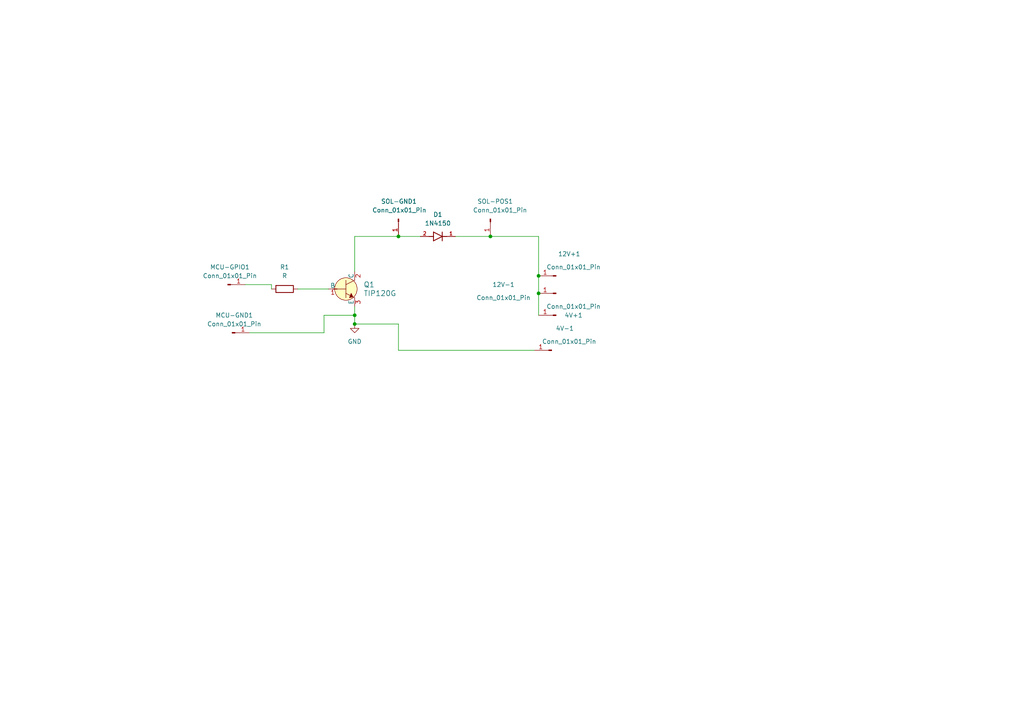
<source format=kicad_sch>
(kicad_sch (version 20230121) (generator eeschema)
  (paper "A4")
  (lib_symbols
    (symbol "1N4150:1N4150" (pin_names (offset 1.016))
      (property "Reference" "D" (at -5.08 2.54 0))
      (property "Value" "1N4150" (at -5.08 -3.81 0))
      (symbol "1N4150_0_0"
        (polyline (pts (xy -2.54 0) (xy -1.27 0)) (stroke (width 0.254)))
        (polyline (pts (xy -1.27 -1.27) (xy 1.27 0)) (stroke (width 0.254)))
        (polyline (pts (xy -1.27 0) (xy -1.27 -1.27)) (stroke (width 0.254)))
        (polyline (pts (xy -1.27 1.27) (xy -1.27 0)) (stroke (width 0.254)))
        (polyline (pts (xy 1.27 0) (xy -1.27 1.27)) (stroke (width 0.254)))
        (polyline (pts (xy 1.27 0) (xy 1.27 -1.27)) (stroke (width 0.254)))
        (polyline (pts (xy 1.27 0) (xy 2.54 0)) (stroke (width 0.254)))
        (polyline (pts (xy 1.27 1.27) (xy 1.27 0)) (stroke (width 0.254)))
        (pin passive line (at 5.08 0 180) (length 2.54) (name "~") (number "1"))
        (pin passive line (at -5.08 0 0) (length 2.54) (name "~") (number "2"))
      )
    )
    (symbol "Connector:Conn_01x01_Pin" (pin_names (offset 1.016) hide)
      (property "Reference" "J" (at 0 2.54 0))
      (property "Value" "Conn_01x01_Pin" (at 0 -2.54 0))
      (symbol "Conn_01x01_Pin_1_1"
        (polyline (pts (xy 1.27 0) (xy 0.8636 0)) (stroke (width 0.1524)))
        (rectangle (start 0.8636 0.127) (end 0 -0.127) (stroke (width 0.1524)) (fill (type outline)))
        (pin passive line (at 5.08 0 180) (length 3.81) (name "Pin_1") (number "1"))
      )
    )
    (symbol "Device:R" (pin_numbers hide) (pin_names (offset 0))
      (property "Reference" "R" (at 2.032 0 90))
      (property "Value" "R" (at 0 0 90))
      (symbol "R_0_1"
        (rectangle (start -1.016 -2.54) (end 1.016 2.54) (stroke (width 0.254)))
      )
      (symbol "R_1_1"
        (pin passive line (at 0 3.81 270) (length 1.27) (name "~") (number "1"))
        (pin passive line (at 0 -3.81 90) (length 1.27) (name "~") (number "2"))
      )
    )
    (symbol "dk_Transistors-Bipolar-BJT-Single:TIP120G" (pin_names (offset 0))
      (property "Reference" "Q" (at -3.2004 4.2164 0))
      (property "Value" "TIP120G" (at 5.2324 0 90))
      (symbol "TIP120G_0_1"
        (polyline (pts (xy -3.81 0) (xy -2.54 0)))
        (polyline (pts (xy -3.556 0) (xy 0 0)))
        (polyline (pts (xy 0 -1.27) (xy 2.54 -2.54)))
        (polyline (pts (xy 0 1.27) (xy 2.54 2.54)))
        (polyline (pts (xy 0 2.54) (xy 0 -2.54)))
        (polyline (pts (xy 1.524 -1.27) (xy 2.032 -2.286) (xy 1.016 -2.54) (xy 1.524 -1.27)) (fill (type outline)))
        (circle (center 0 0) (radius 3.2512) (fill (type background)))
      )
      (symbol "TIP120G_1_1"
        (pin input line (at -5.08 0 0) (length 2.54) (name "B") (number "1"))
        (pin passive line (at 2.54 5.08 270) (length 2.54) (name "C") (number "2"))
        (pin passive line (at 2.54 -5.08 90) (length 2.54) (name "E") (number "3"))
      )
    )
    (symbol "power:GND" (power) (pin_names (offset 0))
      (property "Value" "GND" (at 0 -3.81 0))
      (symbol "GND_0_1"
        (polyline (pts (xy 0 0) (xy 0 -1.27) (xy 1.27 -1.27) (xy 0 -2.54) (xy -1.27 -1.27) (xy 0 -1.27)))
      )
      (symbol "GND_1_1"
        (pin power_in line (at 0 0 270) (length 0) hide (name "GND") (number "1"))
      )
    )
  )
  (junction (at 115.57 68.58))
  (junction (at 156.21 85.09))
  (junction (at 102.87 91.44))
  (junction (at 142.24 68.58))
  (junction (at 156.21 80.01))
  (junction (at 102.87 93.98))
  (wire (pts (xy 86.36 83.82) (xy 95.25 83.82)))
  (wire (pts (xy 78.74 82.55) (xy 78.74 83.82)))
  (wire (pts (xy 93.98 96.52) (xy 93.98 91.44)))
  (wire (pts (xy 156.21 68.58) (xy 156.21 80.01)))
  (wire (pts (xy 154.94 101.6) (xy 115.57 101.6)))
  (wire (pts (xy 156.21 80.01) (xy 156.21 85.09)))
  (wire (pts (xy 102.87 88.9) (xy 102.87 91.44)))
  (wire (pts (xy 102.87 68.58) (xy 115.57 68.58)))
  (wire (pts (xy 102.87 78.74) (xy 102.87 68.58)))
  (wire (pts (xy 132.08 68.58) (xy 142.24 68.58)))
  (wire (pts (xy 156.21 85.09) (xy 156.21 91.44)))
  (wire (pts (xy 102.87 91.44) (xy 102.87 93.98)))
  (wire (pts (xy 93.98 91.44) (xy 102.87 91.44)))
  (wire (pts (xy 142.24 68.58) (xy 156.21 68.58)))
  (wire (pts (xy 115.57 93.98) (xy 115.57 101.6)))
  (wire (pts (xy 72.39 96.52) (xy 93.98 96.52)))
  (wire (pts (xy 115.57 93.98) (xy 102.87 93.98)))
  (wire (pts (xy 71.12 82.55) (xy 78.74 82.55)))
  (wire (pts (xy 115.57 68.58) (xy 121.92 68.58)))
  (symbol (lib_id "Device:R") (at 82.55 83.82 90) (unit 1)
    (property "Reference" "R1" (at 82.55 77.47 90))
    (property "Value" "R" (at 82.55 80.01 90))
    (property "Footprint" "Resistor_THT:R_Axial_DIN0207_L6.3mm_D2.5mm_P7.62mm_Horizontal" (effects hide))
  )
  (symbol (lib_id "Connector:Conn_01x01_Pin") (at 161.29 80.01 180) (unit 1)
    (property "Reference" "12V+1" (at 165.1 73.66 0))
    (property "Value" "Conn_01x01_Pin" (at 166.37 77.47 0))
    (property "Footprint" "Connector_PinHeader_2.54mm:PinHeader_1x01_P2.54mm_Vertical" (effects hide))
  )
  (symbol (lib_id "dk_Transistors-Bipolar-BJT-Single:TIP120G") (at 100.33 83.82 0) (unit 1)
    (property "Reference" "Q1" (at 105.41 82.55 0) (effects (font (size 1.524 1.524)) (justify left)))
    (property "Value" "TIP120G" (at 105.41 85.09 0) (effects (font (size 1.524 1.524)) (justify left)))
    (property "Footprint" "footprints:TO-220_STM" (effects hide))
    (property "Datasheet" "https://www.onsemi.com/pub/Collateral/TIP120-D.PDF" (effects hide))
    (property "Digi-Key_PN" "TIP120GOS-ND" (effects hide))
    (property "MPN" "TIP120G" (effects hide))
    (property "Category" "Discrete Semiconductor Products" (effects hide))
    (property "Family" "Transistors - Bipolar (BJT) - Single" (effects hide))
    (property "DK_Datasheet_Link" "https://www.onsemi.com/pub/Collateral/TIP120-D.PDF" (effects hide))
    (property "DK_Detail_Page" "/product-detail/en/on-semiconductor/TIP120G/TIP120GOS-ND/920325" (effects hide))
    (property "Description" "TRANS NPN DARL 60V 5A TO220AB" (effects hide))
    (property "Manufacturer" "ON Semiconductor" (effects hide))
    (property "Status" "Active" (effects hide))
  )
  (symbol (lib_id "1N4150:1N4150") (at 127 68.58 0) (unit 1)
    (property "Reference" "D1" (at 127 62.23 0))
    (property "Value" "1N4150" (at 127 64.77 0))
    (property "Footprint" "1N4150 (1):DIOAD750W50L390D190" (effects hide))
    (property "MF" "Diotec" (effects hide))
    (property "MAXIMUM_PACKAGE_HEIGHT" "1.9 mm" (effects hide))
    (property "Package" "DO-35 Diotec" (effects hide))
    (property "Price" "None" (effects hide))
    (property "Check_prices" "https://www.snapeda.com/parts/1N4150/Diotec/view-part/?ref=eda" (effects hide))
    (property "STANDARD" "IPC-7351B" (effects hide))
    (property "SnapEDA_Link" "https://www.snapeda.com/parts/1N4150/Diotec/view-part/?ref=snap" (effects hide))
    (property "MP" "1N4150" (effects hide))
    (property "Description" "\n                        \n                            Small Signal Diode, DO-35, 50V, 0.3A, 175°C\n                        \n" (effects hide))
    (property "Availability" "In Stock" (effects hide))
    (property "MANUFACTURER" "Diotec" (effects hide))
  )
  (symbol (lib_id "Connector:Conn_01x01_Pin") (at 142.24 63.5 270) (unit 1)
    (property "Reference" "SOL-POS1" (at 138.43 58.42 90) (effects (justify left)))
    (property "Value" "Conn_01x01_Pin" (at 137.16 60.96 90) (effects (justify left)))
    (property "Footprint" "Connector_PinHeader_2.54mm:PinHeader_1x01_P2.54mm_Vertical" (effects hide))
  )
  (symbol (lib_id "Connector:Conn_01x01_Pin") (at 66.04 82.55 0) (unit 1)
    (property "Reference" "MCU-GPIO1" (at 66.675 77.47 0))
    (property "Value" "Conn_01x01_Pin" (at 66.675 80.01 0))
    (property "Footprint" "Connector_PinHeader_2.54mm:PinHeader_1x01_P2.54mm_Vertical" (effects hide))
  )
  (symbol (lib_id "Connector:Conn_01x01_Pin") (at 115.57 63.5 270) (unit 1)
    (property "Reference" "SOL-GND1" (at 110.49 58.42 90) (effects (justify left)))
    (property "Value" "Conn_01x01_Pin" (at 107.95 60.96 90) (effects (justify left)))
    (property "Footprint" "Connector_PinHeader_2.54mm:PinHeader_1x01_P2.54mm_Vertical" (effects hide))
  )
  (symbol (lib_id "Connector:Conn_01x01_Pin") (at 160.02 101.6 180) (unit 1)
    (property "Reference" "4V-1" (at 163.83 95.25 0))
    (property "Value" "Conn_01x01_Pin" (at 165.1 99.06 0))
    (property "Footprint" "Connector_PinHeader_2.54mm:PinHeader_1x01_P2.54mm_Vertical" (effects hide))
  )
  (symbol (lib_id "Connector:Conn_01x01_Pin") (at 161.29 85.09 180) (unit 1)
    (property "Reference" "12V-1" (at 146.05 82.55 0))
    (property "Value" "Conn_01x01_Pin" (at 146.05 86.36 0))
    (property "Footprint" "Connector_PinHeader_2.54mm:PinHeader_1x01_P2.54mm_Vertical" (effects hide))
  )
  (symbol (lib_id "power:GND") (at 102.87 93.98 0) (unit 1)
    (property "Reference" "#PWR01" (effects hide))
    (property "Value" "GND" (at 102.87 99.06 0))
  )
  (symbol (lib_id "Connector:Conn_01x01_Pin") (at 161.29 91.44 180) (unit 1)
    (property "Reference" "4V+1" (at 166.37 91.44 0))
    (property "Value" "Conn_01x01_Pin" (at 166.37 88.9 0))
    (property "Footprint" "Connector_PinHeader_2.54mm:PinHeader_1x01_P2.54mm_Vertical" (effects hide))
  )
  (symbol (lib_id "Connector:Conn_01x01_Pin") (at 67.31 96.52 0) (unit 1)
    (property "Reference" "MCU-GND1" (at 67.945 91.44 0))
    (property "Value" "Conn_01x01_Pin" (at 67.945 93.98 0))
    (property "Footprint" "Connector_PinHeader_2.54mm:PinHeader_1x01_P2.54mm_Vertical" (effects hide))
  )
)
</source>
